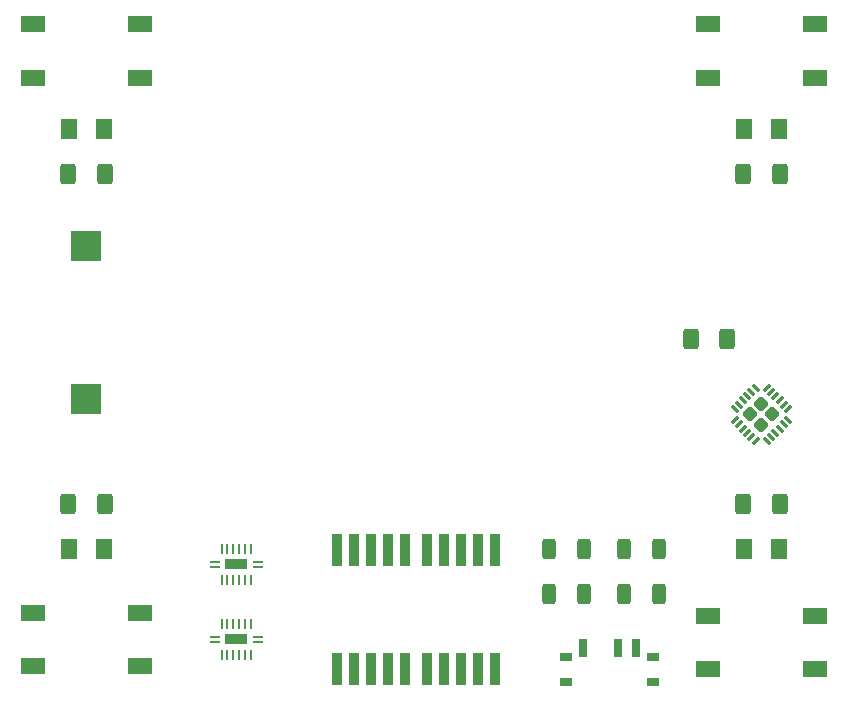
<source format=gbr>
%TF.GenerationSoftware,KiCad,Pcbnew,(6.0.0)*%
%TF.CreationDate,2022-05-08T17:08:30-04:00*%
%TF.ProjectId,QR_ATTINY3217,51525f41-5454-4494-9e59-333231372e6b,rev?*%
%TF.SameCoordinates,Original*%
%TF.FileFunction,Paste,Top*%
%TF.FilePolarity,Positive*%
%FSLAX46Y46*%
G04 Gerber Fmt 4.6, Leading zero omitted, Abs format (unit mm)*
G04 Created by KiCad (PCBNEW (6.0.0)) date 2022-05-08 17:08:30*
%MOMM*%
%LPD*%
G01*
G04 APERTURE LIST*
G04 Aperture macros list*
%AMRoundRect*
0 Rectangle with rounded corners*
0 $1 Rounding radius*
0 $2 $3 $4 $5 $6 $7 $8 $9 X,Y pos of 4 corners*
0 Add a 4 corners polygon primitive as box body*
4,1,4,$2,$3,$4,$5,$6,$7,$8,$9,$2,$3,0*
0 Add four circle primitives for the rounded corners*
1,1,$1+$1,$2,$3*
1,1,$1+$1,$4,$5*
1,1,$1+$1,$6,$7*
1,1,$1+$1,$8,$9*
0 Add four rect primitives between the rounded corners*
20,1,$1+$1,$2,$3,$4,$5,0*
20,1,$1+$1,$4,$5,$6,$7,0*
20,1,$1+$1,$6,$7,$8,$9,0*
20,1,$1+$1,$8,$9,$2,$3,0*%
G04 Aperture macros list end*
%ADD10R,2.500000X2.500000*%
%ADD11RoundRect,0.062500X-0.203293X-0.291682X0.291682X0.203293X0.203293X0.291682X-0.291682X-0.203293X0*%
%ADD12RoundRect,0.062500X0.203293X-0.291682X0.291682X-0.203293X-0.203293X0.291682X-0.291682X0.203293X0*%
%ADD13RoundRect,0.250000X0.000000X-0.388909X0.388909X0.000000X0.000000X0.388909X-0.388909X0.000000X0*%
%ADD14R,2.100000X1.400000*%
%ADD15R,0.700000X1.500000*%
%ADD16R,1.000000X0.800000*%
%ADD17RoundRect,0.250000X-0.312500X-0.625000X0.312500X-0.625000X0.312500X0.625000X-0.312500X0.625000X0*%
%ADD18RoundRect,0.250000X-0.400000X-0.625000X0.400000X-0.625000X0.400000X0.625000X-0.400000X0.625000X0*%
%ADD19RoundRect,0.250000X0.400000X0.625000X-0.400000X0.625000X-0.400000X-0.625000X0.400000X-0.625000X0*%
%ADD20R,0.900000X2.800000*%
%ADD21RoundRect,0.250001X-0.462499X-0.624999X0.462499X-0.624999X0.462499X0.624999X-0.462499X0.624999X0*%
%ADD22R,1.900000X0.900000*%
%ADD23R,0.900000X0.240000*%
%ADD24R,0.240000X0.900000*%
G04 APERTURE END LIST*
D10*
%TO.C,LS1*%
X118110000Y-102870000D03*
X118110000Y-89870000D03*
%TD*%
D11*
%TO.C,U1*%
X173006097Y-104626136D03*
X173359651Y-104979689D03*
X173713204Y-105333243D03*
X174066757Y-105686796D03*
X174420311Y-106040349D03*
X174773864Y-106393903D03*
D12*
X175746136Y-106393903D03*
X176099689Y-106040349D03*
X176453243Y-105686796D03*
X176806796Y-105333243D03*
X177160349Y-104979689D03*
X177513903Y-104626136D03*
D11*
X177513903Y-103653864D03*
X177160349Y-103300311D03*
X176806796Y-102946757D03*
X176453243Y-102593204D03*
X176099689Y-102239651D03*
X175746136Y-101886097D03*
D12*
X174773864Y-101886097D03*
X174420311Y-102239651D03*
X174066757Y-102593204D03*
X173713204Y-102946757D03*
X173359651Y-103300311D03*
X173006097Y-103653864D03*
D13*
X174340761Y-104140000D03*
X175260000Y-105059239D03*
X175260000Y-103220761D03*
X176179239Y-104140000D03*
%TD*%
D14*
%TO.C,SW4*%
X170710000Y-121230000D03*
X179810000Y-121230000D03*
X170710000Y-125730000D03*
X179810000Y-125730000D03*
%TD*%
%TO.C,SW3*%
X113560000Y-120940000D03*
X122660000Y-120940000D03*
X113560000Y-125440000D03*
X122660000Y-125440000D03*
%TD*%
%TO.C,SW2*%
X170710000Y-71120000D03*
X179810000Y-71120000D03*
X170710000Y-75620000D03*
X179810000Y-75620000D03*
%TD*%
%TO.C,SW1*%
X113560000Y-71120000D03*
X122660000Y-71120000D03*
X113560000Y-75620000D03*
X122660000Y-75620000D03*
%TD*%
D15*
%TO.C,S1*%
X160150000Y-123950000D03*
X163150000Y-123950000D03*
X164650000Y-123950000D03*
D16*
X158750000Y-124650000D03*
X158750000Y-126750000D03*
X166050000Y-126750000D03*
X166050000Y-124650000D03*
%TD*%
D17*
%TO.C,R7*%
X157287500Y-115570000D03*
X160212500Y-115570000D03*
%TD*%
D18*
%TO.C,R5*%
X116560000Y-83820000D03*
X119660000Y-83820000D03*
%TD*%
%TO.C,R4*%
X173710000Y-83820000D03*
X176810000Y-83820000D03*
%TD*%
%TO.C,R3*%
X116560000Y-111760000D03*
X119660000Y-111760000D03*
%TD*%
D19*
%TO.C,R2*%
X176810000Y-111760000D03*
X173710000Y-111760000D03*
%TD*%
%TO.C,R1*%
X172365000Y-97790000D03*
X169265000Y-97790000D03*
%TD*%
D20*
%TO.C,DS1*%
X139360000Y-125650000D03*
X140800000Y-125650000D03*
X142240000Y-125650000D03*
X143680000Y-125650000D03*
X145120000Y-125650000D03*
X145120000Y-115650000D03*
X143680000Y-115650000D03*
X142240000Y-115650000D03*
X140800000Y-115650000D03*
X139360000Y-115650000D03*
%TD*%
D21*
%TO.C,D4*%
X173772500Y-115570000D03*
X176747500Y-115570000D03*
%TD*%
%TO.C,D3*%
X116622500Y-115570000D03*
X119597500Y-115570000D03*
%TD*%
%TO.C,D2*%
X173772500Y-80010000D03*
X176747500Y-80010000D03*
%TD*%
%TO.C,D1*%
X116622500Y-80010000D03*
X119597500Y-80010000D03*
%TD*%
D17*
%TO.C,R10*%
X163637500Y-115570000D03*
X166562500Y-115570000D03*
%TD*%
%TO.C,R9*%
X157287500Y-119380000D03*
X160212500Y-119380000D03*
%TD*%
%TO.C,R8*%
X163637500Y-119380000D03*
X166562500Y-119380000D03*
%TD*%
D22*
%TO.C,IC2*%
X130810000Y-116840000D03*
D23*
X132610000Y-117090000D03*
D24*
X132060000Y-118140000D03*
X131560000Y-118140000D03*
X131060000Y-118140000D03*
X130560000Y-118140000D03*
X130060000Y-118140000D03*
X129560000Y-118140000D03*
D23*
X129010000Y-117090000D03*
X129010000Y-116590000D03*
D24*
X129560000Y-115540000D03*
X130060000Y-115540000D03*
X130560000Y-115540000D03*
X131060000Y-115540000D03*
X131560000Y-115540000D03*
X132060000Y-115540000D03*
D23*
X132610000Y-116590000D03*
%TD*%
%TO.C,IC1*%
X132610000Y-122940000D03*
D24*
X132060000Y-121890000D03*
X131560000Y-121890000D03*
X131060000Y-121890000D03*
X130560000Y-121890000D03*
X130060000Y-121890000D03*
X129560000Y-121890000D03*
D23*
X129010000Y-122940000D03*
X129010000Y-123440000D03*
D24*
X129560000Y-124490000D03*
X130060000Y-124490000D03*
X130560000Y-124490000D03*
X131060000Y-124490000D03*
X131560000Y-124490000D03*
X132060000Y-124490000D03*
D23*
X132610000Y-123440000D03*
D22*
X130810000Y-123190000D03*
%TD*%
D20*
%TO.C,DS2*%
X146980000Y-125650000D03*
X148420000Y-125650000D03*
X149860000Y-125650000D03*
X151300000Y-125650000D03*
X152740000Y-125650000D03*
X152740000Y-115650000D03*
X151300000Y-115650000D03*
X149860000Y-115650000D03*
X148420000Y-115650000D03*
X146980000Y-115650000D03*
%TD*%
M02*

</source>
